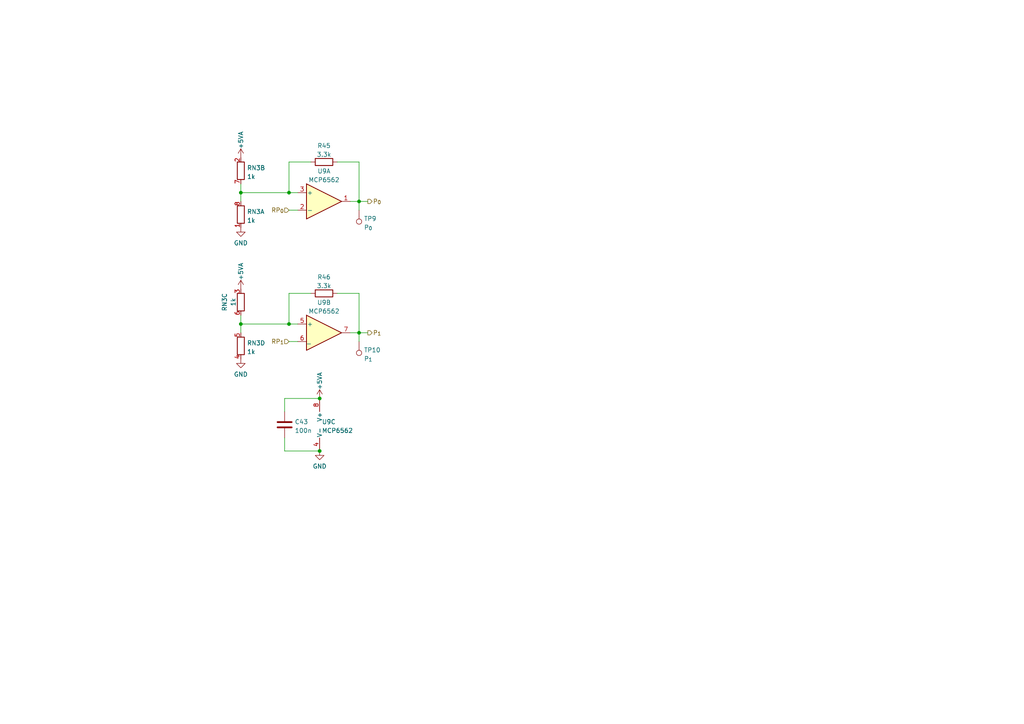
<source format=kicad_sch>
(kicad_sch (version 20230121) (generator eeschema)
  (paper "A4")
  (lib_symbols
    (symbol "Comparator:MCP6562" (pin_names (offset 0.127))
      (property "Reference" "U" (at 3.81 3.81 0))
      (property "Value" "MCP6562" (at 6.35 -3.81 0))
      (symbol "MCP6562_1_1"
        (polyline (pts (xy -5.08 5.08) (xy 5.08 0) (xy -5.08 -5.08) (xy -5.08 5.08)) (stroke (width 0.254)) (fill (type background)))
        (pin output line (at 7.62 0 180) (length 2.54) (name "~") (number "1"))
        (pin input line (at -7.62 -2.54 0) (length 2.54) (name "-") (number "2"))
        (pin input line (at -7.62 2.54 0) (length 2.54) (name "+") (number "3"))
      )
      (symbol "MCP6562_2_1"
        (polyline (pts (xy -5.08 5.08) (xy 5.08 0) (xy -5.08 -5.08) (xy -5.08 5.08)) (stroke (width 0.254)) (fill (type background)))
        (pin input line (at -7.62 2.54 0) (length 2.54) (name "+") (number "5"))
        (pin input line (at -7.62 -2.54 0) (length 2.54) (name "_") (number "6"))
        (pin open_collector line (at 7.62 0 180) (length 2.54) (name "~") (number "7"))
      )
      (symbol "MCP6562_3_1"
        (pin power_in line (at -2.54 -7.62 90) (length 3.81) (name "V-") (number "4"))
        (pin power_in line (at -2.54 7.62 270) (length 3.81) (name "V+") (number "8"))
      )
    )
    (symbol "Connector:TestPoint" (pin_numbers hide) (pin_names (offset 0.762) hide)
      (property "Reference" "TP" (at 0 6.858 0))
      (property "Value" "TestPoint" (at 0 5.08 0))
      (symbol "TestPoint_0_1"
        (circle (center 0 3.302) (radius 0.762))
      )
      (symbol "TestPoint_1_1"
        (pin passive line (at 0 0 90) (length 2.54) (name "1") (number "1"))
      )
    )
    (symbol "Device:C" (pin_numbers hide) (pin_names (offset 0.254))
      (property "Reference" "C" (at 0.635 2.54 0))
      (property "Value" "C" (at 0.635 -2.54 0))
      (symbol "C_0_1"
        (polyline (pts (xy -2.032 -0.762) (xy 2.032 -0.762)) (stroke (width 0.508)))
        (polyline (pts (xy -2.032 0.762) (xy 2.032 0.762)) (stroke (width 0.508)))
      )
      (symbol "C_1_1"
        (pin passive line (at 0 3.81 270) (length 2.794) (name "~") (number "1"))
        (pin passive line (at 0 -3.81 90) (length 2.794) (name "~") (number "2"))
      )
    )
    (symbol "Device:R" (pin_numbers hide) (pin_names (offset 0))
      (property "Reference" "R" (at 2.032 0 90))
      (property "Value" "R" (at 0 0 90))
      (symbol "R_0_1"
        (rectangle (start -1.016 -2.54) (end 1.016 2.54) (stroke (width 0.254)))
      )
      (symbol "R_1_1"
        (pin passive line (at 0 3.81 270) (length 1.27) (name "~") (number "1"))
        (pin passive line (at 0 -3.81 90) (length 1.27) (name "~") (number "2"))
      )
    )
    (symbol "Device:R_Pack04_Split" (pin_names (offset 0) hide)
      (property "Reference" "RN" (at 2.032 0 90))
      (property "Value" "R_Pack04_Split" (at 0 0 90))
      (symbol "R_Pack04_Split_0_1"
        (rectangle (start 1.016 2.54) (end -1.016 -2.54) (stroke (width 0.254)))
      )
      (symbol "R_Pack04_Split_1_1"
        (pin passive line (at 0 -3.81 90) (length 1.27) (name "R1.1") (number "1"))
        (pin passive line (at 0 3.81 270) (length 1.27) (name "R1.2") (number "8"))
      )
      (symbol "R_Pack04_Split_2_1"
        (pin passive line (at 0 -3.81 90) (length 1.27) (name "R2.1") (number "2"))
        (pin passive line (at 0 3.81 270) (length 1.27) (name "R2.2") (number "7"))
      )
      (symbol "R_Pack04_Split_3_1"
        (pin passive line (at 0 -3.81 90) (length 1.27) (name "R3.1") (number "3"))
        (pin passive line (at 0 3.81 270) (length 1.27) (name "R3.2") (number "6"))
      )
      (symbol "R_Pack04_Split_4_1"
        (pin passive line (at 0 -3.81 90) (length 1.27) (name "R4.1") (number "4"))
        (pin passive line (at 0 3.81 270) (length 1.27) (name "R4.2") (number "5"))
      )
    )
    (symbol "power:+5VA" (power) (pin_names (offset 0))
      (property "Value" "+5VA" (at 0 3.556 0))
      (symbol "+5VA_0_1"
        (polyline (pts (xy -0.762 1.27) (xy 0 2.54)))
        (polyline (pts (xy 0 0) (xy 0 2.54)))
        (polyline (pts (xy 0 2.54) (xy 0.762 1.27)))
      )
      (symbol "+5VA_1_1"
        (pin power_in line (at 0 0 90) (length 0) hide (name "+5VA") (number "1"))
      )
    )
    (symbol "power:GND" (power) (pin_names (offset 0))
      (property "Value" "GND" (at 0 -3.81 0))
      (symbol "GND_0_1"
        (polyline (pts (xy 0 0) (xy 0 -1.27) (xy 1.27 -1.27) (xy 0 -2.54) (xy -1.27 -1.27) (xy 0 -1.27)))
      )
      (symbol "GND_1_1"
        (pin power_in line (at 0 0 270) (length 0) hide (name "GND") (number "1"))
      )
    )
  )
  (junction (at 92.71 115.57))
  (junction (at 92.71 130.81))
  (junction (at 83.82 55.88))
  (junction (at 104.14 96.52))
  (junction (at 83.82 93.98))
  (junction (at 69.85 93.98))
  (junction (at 104.14 58.42))
  (junction (at 69.85 55.88))
  (wire (pts (xy 104.14 99.06) (xy 104.14 96.52)))
  (wire (pts (xy 83.82 46.99) (xy 90.17 46.99)))
  (wire (pts (xy 82.55 119.38) (xy 82.55 115.57)))
  (wire (pts (xy 82.55 127) (xy 82.55 130.81)))
  (wire (pts (xy 97.79 85.09) (xy 104.14 85.09)))
  (wire (pts (xy 69.85 91.44) (xy 69.85 93.98)))
  (wire (pts (xy 83.82 85.09) (xy 90.17 85.09)))
  (wire (pts (xy 104.14 96.52) (xy 106.68 96.52)))
  (wire (pts (xy 104.14 46.99) (xy 104.14 58.42)))
  (wire (pts (xy 86.36 55.88) (xy 83.82 55.88)))
  (wire (pts (xy 82.55 130.81) (xy 92.71 130.81)))
  (wire (pts (xy 83.82 93.98) (xy 83.82 85.09)))
  (wire (pts (xy 83.82 55.88) (xy 83.82 46.99)))
  (wire (pts (xy 101.6 58.42) (xy 104.14 58.42)))
  (wire (pts (xy 86.36 93.98) (xy 83.82 93.98)))
  (wire (pts (xy 69.85 53.34) (xy 69.85 55.88)))
  (wire (pts (xy 104.14 60.96) (xy 104.14 58.42)))
  (wire (pts (xy 83.82 60.96) (xy 86.36 60.96)))
  (wire (pts (xy 83.82 99.06) (xy 86.36 99.06)))
  (wire (pts (xy 82.55 115.57) (xy 92.71 115.57)))
  (wire (pts (xy 69.85 93.98) (xy 83.82 93.98)))
  (wire (pts (xy 69.85 55.88) (xy 83.82 55.88)))
  (wire (pts (xy 97.79 46.99) (xy 104.14 46.99)))
  (wire (pts (xy 69.85 93.98) (xy 69.85 96.52)))
  (wire (pts (xy 104.14 85.09) (xy 104.14 96.52)))
  (wire (pts (xy 104.14 58.42) (xy 106.68 58.42)))
  (wire (pts (xy 69.85 55.88) (xy 69.85 58.42)))
  (wire (pts (xy 101.6 96.52) (xy 104.14 96.52)))
  (hierarchical_label "P_{1}" (shape output) (at 106.68 96.52 0))
  (hierarchical_label "RP_{1}" (shape input) (at 83.82 99.06 180))
  (hierarchical_label "RP_{0}" (shape input) (at 83.82 60.96 180))
  (hierarchical_label "P_{0}" (shape output) (at 106.68 58.42 0))
  (symbol (lib_id "Device:R_Pack04_Split") (at 69.85 100.33 0) (unit 4)
    (property "Reference" "RN3" (at 71.628 99.4953 0) (effects (justify left)))
    (property "Value" "1k" (at 71.628 102.0322 0) (effects (justify left)))
    (property "Footprint" "Resistor_SMD:R_Array_Convex_4x0402" (effects hide))
  )
  (symbol (lib_id "power:+5VA") (at 69.85 45.72 0) (unit 1)
    (property "Reference" "#PWR086" (effects hide))
    (property "Value" "+5VA" (at 69.85 40.64 90))
  )
  (symbol (lib_id "power:+5VA") (at 69.85 83.82 0) (unit 1)
    (property "Reference" "#PWR088" (effects hide))
    (property "Value" "+5VA" (at 69.85 78.74 90))
  )
  (symbol (lib_id "Device:R_Pack04_Split") (at 69.85 62.23 0) (unit 1)
    (property "Reference" "RN3" (at 71.628 61.3953 0) (effects (justify left)))
    (property "Value" "1k" (at 71.628 63.9322 0) (effects (justify left)))
    (property "Footprint" "Resistor_SMD:R_Array_Convex_4x0402" (effects hide))
  )
  (symbol (lib_id "Device:R") (at 93.98 46.99 90) (unit 1)
    (property "Reference" "R45" (at 93.98 42.2742 90))
    (property "Value" "3.3k" (at 93.98 44.8111 90))
    (property "Footprint" "Resistor_SMD:R_0402_1005Metric" (effects hide))
  )
  (symbol (lib_id "Comparator:MCP6562") (at 93.98 96.52 0) (unit 2)
    (property "Reference" "U9" (at 93.98 87.7402 0))
    (property "Value" "MCP6562" (at 93.98 90.2771 0))
    (property "Footprint" "Package_SO:TSSOP-8_3x3mm_P0.65mm" (effects hide))
    (property "Datasheet" "http://ww1.microchip.com/downloads/en/DeviceDoc/MCP6561-1R-1U-2-4-1.8V-Low-Power-Push-Pull-Output-Comparator-DS20002139E.pdf" (effects hide))
  )
  (symbol (lib_id "Device:R_Pack04_Split") (at 69.85 87.63 180) (unit 3)
    (property "Reference" "RN3" (at 65.1342 87.63 90))
    (property "Value" "1k" (at 67.6711 87.63 90))
    (property "Footprint" "Resistor_SMD:R_Array_Convex_4x0402" (effects hide))
  )
  (symbol (lib_id "power:GND") (at 69.85 66.04 0) (unit 1)
    (property "Reference" "#PWR087" (effects hide))
    (property "Value" "GND" (at 69.85 70.4834 0))
  )
  (symbol (lib_id "power:GND") (at 69.85 104.14 0) (unit 1)
    (property "Reference" "#PWR089" (effects hide))
    (property "Value" "GND" (at 69.85 108.5834 0))
  )
  (symbol (lib_id "power:GND") (at 92.71 130.81 0) (unit 1)
    (property "Reference" "#PWR091" (effects hide))
    (property "Value" "GND" (at 92.71 135.2534 0))
  )
  (symbol (lib_id "Device:R") (at 93.98 85.09 90) (unit 1)
    (property "Reference" "R46" (at 93.98 80.3742 90))
    (property "Value" "3.3k" (at 93.98 82.9111 90))
    (property "Footprint" "Resistor_SMD:R_0402_1005Metric" (effects hide))
  )
  (symbol (lib_id "Device:R_Pack04_Split") (at 69.85 49.53 180) (unit 2)
    (property "Reference" "RN3" (at 71.628 48.6953 0) (effects (justify right)))
    (property "Value" "1k" (at 71.628 51.2322 0) (effects (justify right)))
    (property "Footprint" "Resistor_SMD:R_Array_Convex_4x0402" (effects hide))
  )
  (symbol (lib_id "Comparator:MCP6562") (at 93.98 58.42 0) (unit 1)
    (property "Reference" "U9" (at 93.98 49.6402 0))
    (property "Value" "MCP6562" (at 93.98 52.1771 0))
    (property "Footprint" "Package_SO:TSSOP-8_3x3mm_P0.65mm" (effects hide))
    (property "Datasheet" "http://ww1.microchip.com/downloads/en/DeviceDoc/MCP6561-1R-1U-2-4-1.8V-Low-Power-Push-Pull-Output-Comparator-DS20002139E.pdf" (effects hide))
  )
  (symbol (lib_id "Connector:TestPoint") (at 104.14 60.96 180) (unit 1)
    (property "Reference" "TP9" (at 105.537 63.4273 0) (effects (justify right)))
    (property "Value" "P_{0}" (at 105.537 65.9642 0) (effects (justify right)))
    (property "Footprint" "prj_lib:TestPoint_THTPad_D1.0mm_Drill0.5mm" (effects hide))
  )
  (symbol (lib_id "Device:C") (at 82.55 123.19 0) (unit 1)
    (property "Reference" "C43" (at 85.471 122.3553 0) (effects (justify left)))
    (property "Value" "100n" (at 85.471 124.8922 0) (effects (justify left)))
    (property "Footprint" "Capacitor_SMD:C_0402_1005Metric" (effects hide))
  )
  (symbol (lib_id "power:+5VA") (at 92.71 115.57 0) (unit 1)
    (property "Reference" "#PWR090" (effects hide))
    (property "Value" "+5VA" (at 92.71 110.49 90))
  )
  (symbol (lib_id "Comparator:MCP6562") (at 95.25 123.19 0) (unit 3)
    (property "Reference" "U9" (at 93.345 122.3553 0) (effects (justify left)))
    (property "Value" "MCP6562" (at 93.345 124.8922 0) (effects (justify left)))
    (property "Footprint" "Package_SO:TSSOP-8_3x3mm_P0.65mm" (effects hide))
    (property "Datasheet" "http://ww1.microchip.com/downloads/en/DeviceDoc/MCP6561-1R-1U-2-4-1.8V-Low-Power-Push-Pull-Output-Comparator-DS20002139E.pdf" (effects hide))
  )
  (symbol (lib_id "Connector:TestPoint") (at 104.14 99.06 180) (unit 1)
    (property "Reference" "TP10" (at 105.537 101.5273 0) (effects (justify right)))
    (property "Value" "P_{1}" (at 105.537 104.0642 0) (effects (justify right)))
    (property "Footprint" "prj_lib:TestPoint_THTPad_D1.0mm_Drill0.5mm" (effects hide))
  )
)
</source>
